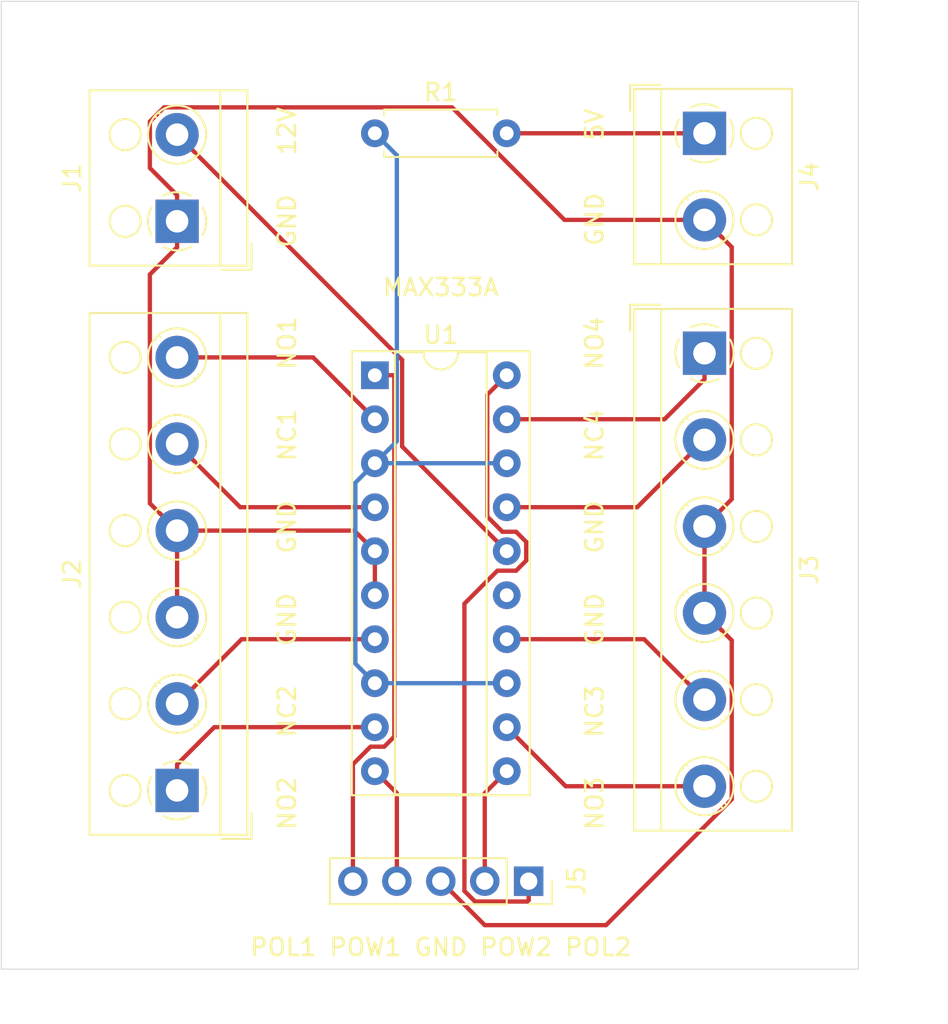
<source format=kicad_pcb>
(kicad_pcb (version 20171130) (host pcbnew "(6.0.0-rc1-dev-392-gd9d005190)")

  (general
    (thickness 1.6)
    (drawings 12)
    (tracks 86)
    (zones 0)
    (modules 7)
    (nets 18)
  )

  (page A4)
  (layers
    (0 F.Cu signal)
    (31 B.Cu signal)
    (32 B.Adhes user)
    (33 F.Adhes user)
    (34 B.Paste user)
    (35 F.Paste user)
    (36 B.SilkS user)
    (37 F.SilkS user)
    (38 B.Mask user)
    (39 F.Mask user)
    (40 Dwgs.User user)
    (41 Cmts.User user)
    (42 Eco1.User user)
    (43 Eco2.User user)
    (44 Edge.Cuts user)
    (45 Margin user)
    (46 B.CrtYd user)
    (47 F.CrtYd user)
    (48 B.Fab user)
    (49 F.Fab user)
  )

  (setup
    (last_trace_width 0.25)
    (trace_clearance 0.2)
    (zone_clearance 0.508)
    (zone_45_only no)
    (trace_min 0.2)
    (via_size 0.8)
    (via_drill 0.4)
    (via_min_size 0.4)
    (via_min_drill 0.3)
    (uvia_size 0.3)
    (uvia_drill 0.1)
    (uvias_allowed no)
    (uvia_min_size 0.2)
    (uvia_min_drill 0.1)
    (edge_width 0.05)
    (segment_width 0.2)
    (pcb_text_width 0.3)
    (pcb_text_size 1.5 1.5)
    (mod_edge_width 0.12)
    (mod_text_size 1 1)
    (mod_text_width 0.15)
    (pad_size 1.524 1.524)
    (pad_drill 0.762)
    (pad_to_mask_clearance 0.2)
    (aux_axis_origin 0 0)
    (visible_elements 7FFFFFFF)
    (pcbplotparams
      (layerselection 0x010fc_ffffffff)
      (usegerberextensions false)
      (usegerberattributes false)
      (usegerberadvancedattributes false)
      (creategerberjobfile false)
      (excludeedgelayer true)
      (linewidth 0.100000)
      (plotframeref false)
      (viasonmask false)
      (mode 1)
      (useauxorigin false)
      (hpglpennumber 1)
      (hpglpenspeed 20)
      (hpglpendiameter 15.000000)
      (psnegative false)
      (psa4output false)
      (plotreference true)
      (plotvalue true)
      (plotinvisibletext false)
      (padsonsilk false)
      (subtractmaskfromsilk false)
      (outputformat 1)
      (mirror false)
      (drillshape 1)
      (scaleselection 1)
      (outputdirectory ""))
  )

  (net 0 "")
  (net 1 /12V)
  (net 2 /GND)
  (net 3 /5V)
  (net 4 /3.3V)
  (net 5 "Net-(U1-Pad15)")
  (net 6 /NO1)
  (net 7 /NC1)
  (net 8 /NC2)
  (net 9 /NO2)
  (net 10 /NO3)
  (net 11 /NC3)
  (net 12 /NC4)
  (net 13 /NO4)
  (net 14 /POLARITY1)
  (net 15 /POWER1)
  (net 16 /POWER2)
  (net 17 /POLARITY2)

  (net_class Default "This is the default net class."
    (clearance 0.2)
    (trace_width 0.25)
    (via_dia 0.8)
    (via_drill 0.4)
    (uvia_dia 0.3)
    (uvia_drill 0.1)
    (add_net /12V)
    (add_net /3.3V)
    (add_net /5V)
    (add_net /GND)
    (add_net /NC1)
    (add_net /NC2)
    (add_net /NC3)
    (add_net /NC4)
    (add_net /NO1)
    (add_net /NO2)
    (add_net /NO3)
    (add_net /NO4)
    (add_net /POLARITY1)
    (add_net /POLARITY2)
    (add_net /POWER1)
    (add_net /POWER2)
    (add_net "Net-(U1-Pad15)")
  )

  (module Package_DIP:DIP-20_W7.62mm_Socket (layer F.Cu) (tedit 5A02E8C5) (tstamp 5B89FAE6)
    (at 143.51 88.9)
    (descr "20-lead though-hole mounted DIP package, row spacing 7.62 mm (300 mils), Socket")
    (tags "THT DIP DIL PDIP 2.54mm 7.62mm 300mil Socket")
    (path /5B8C059D)
    (fp_text reference U1 (at 3.81 -2.33) (layer F.SilkS)
      (effects (font (size 1 1) (thickness 0.15)))
    )
    (fp_text value MAX333A (at 3.81 25.19) (layer F.Fab)
      (effects (font (size 1 1) (thickness 0.15)))
    )
    (fp_text user %R (at 3.81 11.43) (layer F.Fab)
      (effects (font (size 1 1) (thickness 0.15)))
    )
    (fp_line (start 9.15 -1.6) (end -1.55 -1.6) (layer F.CrtYd) (width 0.05))
    (fp_line (start 9.15 24.45) (end 9.15 -1.6) (layer F.CrtYd) (width 0.05))
    (fp_line (start -1.55 24.45) (end 9.15 24.45) (layer F.CrtYd) (width 0.05))
    (fp_line (start -1.55 -1.6) (end -1.55 24.45) (layer F.CrtYd) (width 0.05))
    (fp_line (start 8.95 -1.39) (end -1.33 -1.39) (layer F.SilkS) (width 0.12))
    (fp_line (start 8.95 24.25) (end 8.95 -1.39) (layer F.SilkS) (width 0.12))
    (fp_line (start -1.33 24.25) (end 8.95 24.25) (layer F.SilkS) (width 0.12))
    (fp_line (start -1.33 -1.39) (end -1.33 24.25) (layer F.SilkS) (width 0.12))
    (fp_line (start 6.46 -1.33) (end 4.81 -1.33) (layer F.SilkS) (width 0.12))
    (fp_line (start 6.46 24.19) (end 6.46 -1.33) (layer F.SilkS) (width 0.12))
    (fp_line (start 1.16 24.19) (end 6.46 24.19) (layer F.SilkS) (width 0.12))
    (fp_line (start 1.16 -1.33) (end 1.16 24.19) (layer F.SilkS) (width 0.12))
    (fp_line (start 2.81 -1.33) (end 1.16 -1.33) (layer F.SilkS) (width 0.12))
    (fp_line (start 8.89 -1.33) (end -1.27 -1.33) (layer F.Fab) (width 0.1))
    (fp_line (start 8.89 24.19) (end 8.89 -1.33) (layer F.Fab) (width 0.1))
    (fp_line (start -1.27 24.19) (end 8.89 24.19) (layer F.Fab) (width 0.1))
    (fp_line (start -1.27 -1.33) (end -1.27 24.19) (layer F.Fab) (width 0.1))
    (fp_line (start 0.635 -0.27) (end 1.635 -1.27) (layer F.Fab) (width 0.1))
    (fp_line (start 0.635 24.13) (end 0.635 -0.27) (layer F.Fab) (width 0.1))
    (fp_line (start 6.985 24.13) (end 0.635 24.13) (layer F.Fab) (width 0.1))
    (fp_line (start 6.985 -1.27) (end 6.985 24.13) (layer F.Fab) (width 0.1))
    (fp_line (start 1.635 -1.27) (end 6.985 -1.27) (layer F.Fab) (width 0.1))
    (fp_arc (start 3.81 -1.33) (end 2.81 -1.33) (angle -180) (layer F.SilkS) (width 0.12))
    (pad 20 thru_hole oval (at 7.62 0) (size 1.6 1.6) (drill 0.8) (layers *.Cu *.Mask)
      (net 17 /POLARITY2))
    (pad 10 thru_hole oval (at 0 22.86) (size 1.6 1.6) (drill 0.8) (layers *.Cu *.Mask)
      (net 15 /POWER1))
    (pad 19 thru_hole oval (at 7.62 2.54) (size 1.6 1.6) (drill 0.8) (layers *.Cu *.Mask)
      (net 13 /NO4))
    (pad 9 thru_hole oval (at 0 20.32) (size 1.6 1.6) (drill 0.8) (layers *.Cu *.Mask)
      (net 9 /NO2))
    (pad 18 thru_hole oval (at 7.62 5.08) (size 1.6 1.6) (drill 0.8) (layers *.Cu *.Mask)
      (net 4 /3.3V))
    (pad 8 thru_hole oval (at 0 17.78) (size 1.6 1.6) (drill 0.8) (layers *.Cu *.Mask)
      (net 4 /3.3V))
    (pad 17 thru_hole oval (at 7.62 7.62) (size 1.6 1.6) (drill 0.8) (layers *.Cu *.Mask)
      (net 12 /NC4))
    (pad 7 thru_hole oval (at 0 15.24) (size 1.6 1.6) (drill 0.8) (layers *.Cu *.Mask)
      (net 8 /NC2))
    (pad 16 thru_hole oval (at 7.62 10.16) (size 1.6 1.6) (drill 0.8) (layers *.Cu *.Mask)
      (net 1 /12V))
    (pad 6 thru_hole oval (at 0 12.7) (size 1.6 1.6) (drill 0.8) (layers *.Cu *.Mask)
      (net 2 /GND))
    (pad 15 thru_hole oval (at 7.62 12.7) (size 1.6 1.6) (drill 0.8) (layers *.Cu *.Mask)
      (net 5 "Net-(U1-Pad15)"))
    (pad 5 thru_hole oval (at 0 10.16) (size 1.6 1.6) (drill 0.8) (layers *.Cu *.Mask)
      (net 2 /GND))
    (pad 14 thru_hole oval (at 7.62 15.24) (size 1.6 1.6) (drill 0.8) (layers *.Cu *.Mask)
      (net 11 /NC3))
    (pad 4 thru_hole oval (at 0 7.62) (size 1.6 1.6) (drill 0.8) (layers *.Cu *.Mask)
      (net 7 /NC1))
    (pad 13 thru_hole oval (at 7.62 17.78) (size 1.6 1.6) (drill 0.8) (layers *.Cu *.Mask)
      (net 4 /3.3V))
    (pad 3 thru_hole oval (at 0 5.08) (size 1.6 1.6) (drill 0.8) (layers *.Cu *.Mask)
      (net 4 /3.3V))
    (pad 12 thru_hole oval (at 7.62 20.32) (size 1.6 1.6) (drill 0.8) (layers *.Cu *.Mask)
      (net 10 /NO3))
    (pad 2 thru_hole oval (at 0 2.54) (size 1.6 1.6) (drill 0.8) (layers *.Cu *.Mask)
      (net 6 /NO1))
    (pad 11 thru_hole oval (at 7.62 22.86) (size 1.6 1.6) (drill 0.8) (layers *.Cu *.Mask)
      (net 16 /POWER2))
    (pad 1 thru_hole rect (at 0 0) (size 1.6 1.6) (drill 0.8) (layers *.Cu *.Mask)
      (net 14 /POLARITY1))
    (model ${KISYS3DMOD}/Package_DIP.3dshapes/DIP-20_W7.62mm_Socket.wrl
      (at (xyz 0 0 0))
      (scale (xyz 1 1 1))
      (rotate (xyz 0 0 0))
    )
  )

  (module Resistor_THT:R_Axial_DIN0207_L6.3mm_D2.5mm_P7.62mm_Horizontal (layer F.Cu) (tedit 5AE5139B) (tstamp 5B8A1AEB)
    (at 143.51 74.93)
    (descr "Resistor, Axial_DIN0207 series, Axial, Horizontal, pin pitch=7.62mm, 0.25W = 1/4W, length*diameter=6.3*2.5mm^2, http://cdn-reichelt.de/documents/datenblatt/B400/1_4W%23YAG.pdf")
    (tags "Resistor Axial_DIN0207 series Axial Horizontal pin pitch 7.62mm 0.25W = 1/4W length 6.3mm diameter 2.5mm")
    (path /5B8C2E65)
    (fp_text reference R1 (at 3.81 -2.37) (layer F.SilkS)
      (effects (font (size 1 1) (thickness 0.15)))
    )
    (fp_text value R (at 3.81 2.37) (layer F.Fab)
      (effects (font (size 1 1) (thickness 0.15)))
    )
    (fp_text user %R (at 3.81 0) (layer F.Fab)
      (effects (font (size 1 1) (thickness 0.15)))
    )
    (fp_line (start 8.67 -1.5) (end -1.05 -1.5) (layer F.CrtYd) (width 0.05))
    (fp_line (start 8.67 1.5) (end 8.67 -1.5) (layer F.CrtYd) (width 0.05))
    (fp_line (start -1.05 1.5) (end 8.67 1.5) (layer F.CrtYd) (width 0.05))
    (fp_line (start -1.05 -1.5) (end -1.05 1.5) (layer F.CrtYd) (width 0.05))
    (fp_line (start 7.08 1.37) (end 7.08 1.04) (layer F.SilkS) (width 0.12))
    (fp_line (start 0.54 1.37) (end 7.08 1.37) (layer F.SilkS) (width 0.12))
    (fp_line (start 0.54 1.04) (end 0.54 1.37) (layer F.SilkS) (width 0.12))
    (fp_line (start 7.08 -1.37) (end 7.08 -1.04) (layer F.SilkS) (width 0.12))
    (fp_line (start 0.54 -1.37) (end 7.08 -1.37) (layer F.SilkS) (width 0.12))
    (fp_line (start 0.54 -1.04) (end 0.54 -1.37) (layer F.SilkS) (width 0.12))
    (fp_line (start 7.62 0) (end 6.96 0) (layer F.Fab) (width 0.1))
    (fp_line (start 0 0) (end 0.66 0) (layer F.Fab) (width 0.1))
    (fp_line (start 6.96 -1.25) (end 0.66 -1.25) (layer F.Fab) (width 0.1))
    (fp_line (start 6.96 1.25) (end 6.96 -1.25) (layer F.Fab) (width 0.1))
    (fp_line (start 0.66 1.25) (end 6.96 1.25) (layer F.Fab) (width 0.1))
    (fp_line (start 0.66 -1.25) (end 0.66 1.25) (layer F.Fab) (width 0.1))
    (pad 2 thru_hole oval (at 7.62 0) (size 1.6 1.6) (drill 0.8) (layers *.Cu *.Mask)
      (net 3 /5V))
    (pad 1 thru_hole circle (at 0 0) (size 1.6 1.6) (drill 0.8) (layers *.Cu *.Mask)
      (net 4 /3.3V))
    (model ${KISYS3DMOD}/Resistor_THT.3dshapes/R_Axial_DIN0207_L6.3mm_D2.5mm_P7.62mm_Horizontal.wrl
      (at (xyz 0 0 0))
      (scale (xyz 1 1 1))
      (rotate (xyz 0 0 0))
    )
  )

  (module Connector_PinSocket_2.54mm:PinSocket_1x05_P2.54mm_Vertical (layer F.Cu) (tedit 5A19A420) (tstamp 5B89FA9F)
    (at 152.4 118.11 270)
    (descr "Through hole straight socket strip, 1x05, 2.54mm pitch, single row (from Kicad 4.0.7), script generated")
    (tags "Through hole socket strip THT 1x05 2.54mm single row")
    (path /5B8C2332)
    (fp_text reference J5 (at 0 -2.77 270) (layer F.SilkS)
      (effects (font (size 1 1) (thickness 0.15)))
    )
    (fp_text value INPUTS (at 0 12.93 270) (layer F.Fab)
      (effects (font (size 1 1) (thickness 0.15)))
    )
    (fp_text user %R (at 0 5.08) (layer F.Fab)
      (effects (font (size 1 1) (thickness 0.15)))
    )
    (fp_line (start -1.8 11.9) (end -1.8 -1.8) (layer F.CrtYd) (width 0.05))
    (fp_line (start 1.75 11.9) (end -1.8 11.9) (layer F.CrtYd) (width 0.05))
    (fp_line (start 1.75 -1.8) (end 1.75 11.9) (layer F.CrtYd) (width 0.05))
    (fp_line (start -1.8 -1.8) (end 1.75 -1.8) (layer F.CrtYd) (width 0.05))
    (fp_line (start 0 -1.33) (end 1.33 -1.33) (layer F.SilkS) (width 0.12))
    (fp_line (start 1.33 -1.33) (end 1.33 0) (layer F.SilkS) (width 0.12))
    (fp_line (start 1.33 1.27) (end 1.33 11.49) (layer F.SilkS) (width 0.12))
    (fp_line (start -1.33 11.49) (end 1.33 11.49) (layer F.SilkS) (width 0.12))
    (fp_line (start -1.33 1.27) (end -1.33 11.49) (layer F.SilkS) (width 0.12))
    (fp_line (start -1.33 1.27) (end 1.33 1.27) (layer F.SilkS) (width 0.12))
    (fp_line (start -1.27 11.43) (end -1.27 -1.27) (layer F.Fab) (width 0.1))
    (fp_line (start 1.27 11.43) (end -1.27 11.43) (layer F.Fab) (width 0.1))
    (fp_line (start 1.27 -0.635) (end 1.27 11.43) (layer F.Fab) (width 0.1))
    (fp_line (start 0.635 -1.27) (end 1.27 -0.635) (layer F.Fab) (width 0.1))
    (fp_line (start -1.27 -1.27) (end 0.635 -1.27) (layer F.Fab) (width 0.1))
    (pad 5 thru_hole oval (at 0 10.16 270) (size 1.7 1.7) (drill 1) (layers *.Cu *.Mask)
      (net 14 /POLARITY1))
    (pad 4 thru_hole oval (at 0 7.62 270) (size 1.7 1.7) (drill 1) (layers *.Cu *.Mask)
      (net 15 /POWER1))
    (pad 3 thru_hole oval (at 0 5.08 270) (size 1.7 1.7) (drill 1) (layers *.Cu *.Mask)
      (net 2 /GND))
    (pad 2 thru_hole oval (at 0 2.54 270) (size 1.7 1.7) (drill 1) (layers *.Cu *.Mask)
      (net 16 /POWER2))
    (pad 1 thru_hole rect (at 0 0 270) (size 1.7 1.7) (drill 1) (layers *.Cu *.Mask)
      (net 17 /POLARITY2))
    (model ${KISYS3DMOD}/Connector_PinSocket_2.54mm.3dshapes/PinSocket_1x05_P2.54mm_Vertical.wrl
      (at (xyz 0 0 0))
      (scale (xyz 1 1 1))
      (rotate (xyz 0 0 0))
    )
  )

  (module TerminalBlock_RND:TerminalBlock_RND_205-00001_1x02_P5.00mm_Horizontal (layer F.Cu) (tedit 5B294F8C) (tstamp 5B89FA86)
    (at 162.56 74.93 270)
    (descr "terminal block RND 205-00001, 2 pins, pitch 5mm, size 10x9mm^2, drill diamater 1.3mm, pad diameter 2.5mm, see http://cdn-reichelt.de/documents/datenblatt/C151/RND_205-00001_DB_EN.pdf, script-generated using https://github.com/pointhi/kicad-footprint-generator/scripts/TerminalBlock_RND")
    (tags "THT terminal block RND 205-00001 pitch 5mm size 10x9mm^2 drill 1.3mm pad 2.5mm")
    (path /5B8C1C13)
    (fp_text reference J4 (at 2.5 -6.06 270) (layer F.SilkS)
      (effects (font (size 1 1) (thickness 0.15)))
    )
    (fp_text value "SCREW TERMINAL VD" (at 2.5 5.06 270) (layer F.Fab)
      (effects (font (size 1 1) (thickness 0.15)))
    )
    (fp_text user %R (at 2.5 -6.06 270) (layer F.Fab)
      (effects (font (size 1 1) (thickness 0.15)))
    )
    (fp_line (start 8 -5.5) (end -3 -5.5) (layer F.CrtYd) (width 0.05))
    (fp_line (start 8 4.5) (end 8 -5.5) (layer F.CrtYd) (width 0.05))
    (fp_line (start -3 4.5) (end 8 4.5) (layer F.CrtYd) (width 0.05))
    (fp_line (start -3 -5.5) (end -3 4.5) (layer F.CrtYd) (width 0.05))
    (fp_line (start -2.8 4.3) (end -1.3 4.3) (layer F.SilkS) (width 0.12))
    (fp_line (start -2.8 2.56) (end -2.8 4.3) (layer F.SilkS) (width 0.12))
    (fp_line (start 3.82 0.976) (end 3.726 1.069) (layer F.SilkS) (width 0.12))
    (fp_line (start 6.07 -1.275) (end 6.011 -1.216) (layer F.SilkS) (width 0.12))
    (fp_line (start 3.99 1.216) (end 3.931 1.274) (layer F.SilkS) (width 0.12))
    (fp_line (start 6.275 -1.069) (end 6.181 -0.976) (layer F.SilkS) (width 0.12))
    (fp_line (start 5.955 -1.138) (end 3.863 0.955) (layer F.Fab) (width 0.1))
    (fp_line (start 6.138 -0.955) (end 4.046 1.138) (layer F.Fab) (width 0.1))
    (fp_line (start 0.955 -1.138) (end -1.138 0.955) (layer F.Fab) (width 0.1))
    (fp_line (start 1.138 -0.955) (end -0.955 1.138) (layer F.Fab) (width 0.1))
    (fp_line (start 7.56 -5.06) (end 7.56 4.06) (layer F.SilkS) (width 0.12))
    (fp_line (start -2.56 -5.06) (end -2.56 4.06) (layer F.SilkS) (width 0.12))
    (fp_line (start -2.56 4.06) (end 7.56 4.06) (layer F.SilkS) (width 0.12))
    (fp_line (start -2.56 -5.06) (end 7.56 -5.06) (layer F.SilkS) (width 0.12))
    (fp_line (start -2.56 2.5) (end 7.56 2.5) (layer F.SilkS) (width 0.12))
    (fp_line (start -2.5 2.5) (end 7.5 2.5) (layer F.Fab) (width 0.1))
    (fp_line (start -2.5 2.5) (end -2.5 -5) (layer F.Fab) (width 0.1))
    (fp_line (start -1 4) (end -2.5 2.5) (layer F.Fab) (width 0.1))
    (fp_line (start 7.5 4) (end -1 4) (layer F.Fab) (width 0.1))
    (fp_line (start 7.5 -5) (end 7.5 4) (layer F.Fab) (width 0.1))
    (fp_line (start -2.5 -5) (end 7.5 -5) (layer F.Fab) (width 0.1))
    (fp_circle (center 5 -3) (end 5.9 -3) (layer F.SilkS) (width 0.12))
    (fp_circle (center 5 -3) (end 5.9 -3) (layer F.Fab) (width 0.1))
    (fp_circle (center 5 0) (end 6.68 0) (layer F.SilkS) (width 0.12))
    (fp_circle (center 5 0) (end 6.5 0) (layer F.Fab) (width 0.1))
    (fp_circle (center 0 -3) (end 0.9 -3) (layer F.SilkS) (width 0.12))
    (fp_circle (center 0 -3) (end 0.9 -3) (layer F.Fab) (width 0.1))
    (fp_circle (center 0 0) (end 1.5 0) (layer F.Fab) (width 0.1))
    (fp_arc (start 0 0) (end -0.789 1.484) (angle -29) (layer F.SilkS) (width 0.12))
    (fp_arc (start 0 0) (end -1.484 -0.789) (angle -56) (layer F.SilkS) (width 0.12))
    (fp_arc (start 0 0) (end 0.789 -1.484) (angle -56) (layer F.SilkS) (width 0.12))
    (fp_arc (start 0 0) (end 1.484 0.789) (angle -56) (layer F.SilkS) (width 0.12))
    (fp_arc (start 0 0) (end 0 1.68) (angle -28) (layer F.SilkS) (width 0.12))
    (pad 2 thru_hole circle (at 5 0 270) (size 2.5 2.5) (drill 1.3) (layers *.Cu *.Mask)
      (net 2 /GND))
    (pad 1 thru_hole rect (at 0 0 270) (size 2.5 2.5) (drill 1.3) (layers *.Cu *.Mask)
      (net 3 /5V))
    (model ${KISYS3DMOD}/TerminalBlock_RND.3dshapes/TerminalBlock_RND_205-00001_1x02_P5.00mm_Horizontal.wrl
      (at (xyz 0 0 0))
      (scale (xyz 1 1 1))
      (rotate (xyz 0 0 0))
    )
  )

  (module TerminalBlock_RND:TerminalBlock_RND_205-00005_1x06_P5.00mm_Horizontal (layer F.Cu) (tedit 5B294F90) (tstamp 5B89FA5A)
    (at 162.56 87.63 270)
    (descr "terminal block RND 205-00005, 6 pins, pitch 5mm, size 30x9mm^2, drill diamater 1.3mm, pad diameter 2.5mm, see http://cdn-reichelt.de/documents/datenblatt/C151/RND_205-00001_DB_EN.pdf, script-generated using https://github.com/pointhi/kicad-footprint-generator/scripts/TerminalBlock_RND")
    (tags "THT terminal block RND 205-00005 pitch 5mm size 30x9mm^2 drill 1.3mm pad 2.5mm")
    (path /5B8C1B21)
    (fp_text reference J3 (at 12.5 -6.06 270) (layer F.SilkS)
      (effects (font (size 1 1) (thickness 0.15)))
    )
    (fp_text value "SCREW TERMINAL LEDS2" (at 12.5 5.06 270) (layer F.Fab)
      (effects (font (size 1 1) (thickness 0.15)))
    )
    (fp_text user %R (at 12.5 -6.06 270) (layer F.Fab)
      (effects (font (size 1 1) (thickness 0.15)))
    )
    (fp_line (start 28 -5.5) (end -3 -5.5) (layer F.CrtYd) (width 0.05))
    (fp_line (start 28 4.5) (end 28 -5.5) (layer F.CrtYd) (width 0.05))
    (fp_line (start -3 4.5) (end 28 4.5) (layer F.CrtYd) (width 0.05))
    (fp_line (start -3 -5.5) (end -3 4.5) (layer F.CrtYd) (width 0.05))
    (fp_line (start -2.8 4.3) (end -1.3 4.3) (layer F.SilkS) (width 0.12))
    (fp_line (start -2.8 2.56) (end -2.8 4.3) (layer F.SilkS) (width 0.12))
    (fp_line (start 23.82 0.976) (end 23.726 1.069) (layer F.SilkS) (width 0.12))
    (fp_line (start 26.07 -1.275) (end 26.011 -1.216) (layer F.SilkS) (width 0.12))
    (fp_line (start 23.99 1.216) (end 23.931 1.274) (layer F.SilkS) (width 0.12))
    (fp_line (start 26.275 -1.069) (end 26.181 -0.976) (layer F.SilkS) (width 0.12))
    (fp_line (start 25.955 -1.138) (end 23.863 0.955) (layer F.Fab) (width 0.1))
    (fp_line (start 26.138 -0.955) (end 24.046 1.138) (layer F.Fab) (width 0.1))
    (fp_line (start 18.82 0.976) (end 18.726 1.069) (layer F.SilkS) (width 0.12))
    (fp_line (start 21.07 -1.275) (end 21.011 -1.216) (layer F.SilkS) (width 0.12))
    (fp_line (start 18.99 1.216) (end 18.931 1.274) (layer F.SilkS) (width 0.12))
    (fp_line (start 21.275 -1.069) (end 21.181 -0.976) (layer F.SilkS) (width 0.12))
    (fp_line (start 20.955 -1.138) (end 18.863 0.955) (layer F.Fab) (width 0.1))
    (fp_line (start 21.138 -0.955) (end 19.046 1.138) (layer F.Fab) (width 0.1))
    (fp_line (start 13.82 0.976) (end 13.726 1.069) (layer F.SilkS) (width 0.12))
    (fp_line (start 16.07 -1.275) (end 16.011 -1.216) (layer F.SilkS) (width 0.12))
    (fp_line (start 13.99 1.216) (end 13.931 1.274) (layer F.SilkS) (width 0.12))
    (fp_line (start 16.275 -1.069) (end 16.181 -0.976) (layer F.SilkS) (width 0.12))
    (fp_line (start 15.955 -1.138) (end 13.863 0.955) (layer F.Fab) (width 0.1))
    (fp_line (start 16.138 -0.955) (end 14.046 1.138) (layer F.Fab) (width 0.1))
    (fp_line (start 8.82 0.976) (end 8.726 1.069) (layer F.SilkS) (width 0.12))
    (fp_line (start 11.07 -1.275) (end 11.011 -1.216) (layer F.SilkS) (width 0.12))
    (fp_line (start 8.99 1.216) (end 8.931 1.274) (layer F.SilkS) (width 0.12))
    (fp_line (start 11.275 -1.069) (end 11.181 -0.976) (layer F.SilkS) (width 0.12))
    (fp_line (start 10.955 -1.138) (end 8.863 0.955) (layer F.Fab) (width 0.1))
    (fp_line (start 11.138 -0.955) (end 9.046 1.138) (layer F.Fab) (width 0.1))
    (fp_line (start 3.82 0.976) (end 3.726 1.069) (layer F.SilkS) (width 0.12))
    (fp_line (start 6.07 -1.275) (end 6.011 -1.216) (layer F.SilkS) (width 0.12))
    (fp_line (start 3.99 1.216) (end 3.931 1.274) (layer F.SilkS) (width 0.12))
    (fp_line (start 6.275 -1.069) (end 6.181 -0.976) (layer F.SilkS) (width 0.12))
    (fp_line (start 5.955 -1.138) (end 3.863 0.955) (layer F.Fab) (width 0.1))
    (fp_line (start 6.138 -0.955) (end 4.046 1.138) (layer F.Fab) (width 0.1))
    (fp_line (start 0.955 -1.138) (end -1.138 0.955) (layer F.Fab) (width 0.1))
    (fp_line (start 1.138 -0.955) (end -0.955 1.138) (layer F.Fab) (width 0.1))
    (fp_line (start 27.56 -5.06) (end 27.56 4.06) (layer F.SilkS) (width 0.12))
    (fp_line (start -2.56 -5.06) (end -2.56 4.06) (layer F.SilkS) (width 0.12))
    (fp_line (start -2.56 4.06) (end 27.56 4.06) (layer F.SilkS) (width 0.12))
    (fp_line (start -2.56 -5.06) (end 27.56 -5.06) (layer F.SilkS) (width 0.12))
    (fp_line (start -2.56 2.5) (end 27.56 2.5) (layer F.SilkS) (width 0.12))
    (fp_line (start -2.5 2.5) (end 27.5 2.5) (layer F.Fab) (width 0.1))
    (fp_line (start -2.5 2.5) (end -2.5 -5) (layer F.Fab) (width 0.1))
    (fp_line (start -1 4) (end -2.5 2.5) (layer F.Fab) (width 0.1))
    (fp_line (start 27.5 4) (end -1 4) (layer F.Fab) (width 0.1))
    (fp_line (start 27.5 -5) (end 27.5 4) (layer F.Fab) (width 0.1))
    (fp_line (start -2.5 -5) (end 27.5 -5) (layer F.Fab) (width 0.1))
    (fp_circle (center 25 -3) (end 25.9 -3) (layer F.SilkS) (width 0.12))
    (fp_circle (center 25 -3) (end 25.9 -3) (layer F.Fab) (width 0.1))
    (fp_circle (center 25 0) (end 26.68 0) (layer F.SilkS) (width 0.12))
    (fp_circle (center 25 0) (end 26.5 0) (layer F.Fab) (width 0.1))
    (fp_circle (center 20 -3) (end 20.9 -3) (layer F.SilkS) (width 0.12))
    (fp_circle (center 20 -3) (end 20.9 -3) (layer F.Fab) (width 0.1))
    (fp_circle (center 20 0) (end 21.68 0) (layer F.SilkS) (width 0.12))
    (fp_circle (center 20 0) (end 21.5 0) (layer F.Fab) (width 0.1))
    (fp_circle (center 15 -3) (end 15.9 -3) (layer F.SilkS) (width 0.12))
    (fp_circle (center 15 -3) (end 15.9 -3) (layer F.Fab) (width 0.1))
    (fp_circle (center 15 0) (end 16.68 0) (layer F.SilkS) (width 0.12))
    (fp_circle (center 15 0) (end 16.5 0) (layer F.Fab) (width 0.1))
    (fp_circle (center 10 -3) (end 10.9 -3) (layer F.SilkS) (width 0.12))
    (fp_circle (center 10 -3) (end 10.9 -3) (layer F.Fab) (width 0.1))
    (fp_circle (center 10 0) (end 11.68 0) (layer F.SilkS) (width 0.12))
    (fp_circle (center 10 0) (end 11.5 0) (layer F.Fab) (width 0.1))
    (fp_circle (center 5 -3) (end 5.9 -3) (layer F.SilkS) (width 0.12))
    (fp_circle (center 5 -3) (end 5.9 -3) (layer F.Fab) (width 0.1))
    (fp_circle (center 5 0) (end 6.68 0) (layer F.SilkS) (width 0.12))
    (fp_circle (center 5 0) (end 6.5 0) (layer F.Fab) (width 0.1))
    (fp_circle (center 0 -3) (end 0.9 -3) (layer F.SilkS) (width 0.12))
    (fp_circle (center 0 -3) (end 0.9 -3) (layer F.Fab) (width 0.1))
    (fp_circle (center 0 0) (end 1.5 0) (layer F.Fab) (width 0.1))
    (fp_arc (start 0 0) (end -0.789 1.484) (angle -29) (layer F.SilkS) (width 0.12))
    (fp_arc (start 0 0) (end -1.484 -0.789) (angle -56) (layer F.SilkS) (width 0.12))
    (fp_arc (start 0 0) (end 0.789 -1.484) (angle -56) (layer F.SilkS) (width 0.12))
    (fp_arc (start 0 0) (end 1.484 0.789) (angle -56) (layer F.SilkS) (width 0.12))
    (fp_arc (start 0 0) (end 0 1.68) (angle -28) (layer F.SilkS) (width 0.12))
    (pad 6 thru_hole circle (at 25 0 270) (size 2.5 2.5) (drill 1.3) (layers *.Cu *.Mask)
      (net 10 /NO3))
    (pad 5 thru_hole circle (at 20 0 270) (size 2.5 2.5) (drill 1.3) (layers *.Cu *.Mask)
      (net 11 /NC3))
    (pad 4 thru_hole circle (at 15 0 270) (size 2.5 2.5) (drill 1.3) (layers *.Cu *.Mask)
      (net 2 /GND))
    (pad 3 thru_hole circle (at 10 0 270) (size 2.5 2.5) (drill 1.3) (layers *.Cu *.Mask)
      (net 2 /GND))
    (pad 2 thru_hole circle (at 5 0 270) (size 2.5 2.5) (drill 1.3) (layers *.Cu *.Mask)
      (net 12 /NC4))
    (pad 1 thru_hole rect (at 0 0 270) (size 2.5 2.5) (drill 1.3) (layers *.Cu *.Mask)
      (net 13 /NO4))
    (model ${KISYS3DMOD}/TerminalBlock_RND.3dshapes/TerminalBlock_RND_205-00005_1x06_P5.00mm_Horizontal.wrl
      (at (xyz 0 0 0))
      (scale (xyz 1 1 1))
      (rotate (xyz 0 0 0))
    )
  )

  (module TerminalBlock_RND:TerminalBlock_RND_205-00005_1x06_P5.00mm_Horizontal (layer F.Cu) (tedit 5B294F90) (tstamp 5B89FA02)
    (at 132.08 112.87 90)
    (descr "terminal block RND 205-00005, 6 pins, pitch 5mm, size 30x9mm^2, drill diamater 1.3mm, pad diameter 2.5mm, see http://cdn-reichelt.de/documents/datenblatt/C151/RND_205-00001_DB_EN.pdf, script-generated using https://github.com/pointhi/kicad-footprint-generator/scripts/TerminalBlock_RND")
    (tags "THT terminal block RND 205-00005 pitch 5mm size 30x9mm^2 drill 1.3mm pad 2.5mm")
    (path /5B8C194B)
    (fp_text reference J2 (at 12.5 -6.06 90) (layer F.SilkS)
      (effects (font (size 1 1) (thickness 0.15)))
    )
    (fp_text value "SCREW TERMINAL LEDS1" (at 12.5 5.06 90) (layer F.Fab)
      (effects (font (size 1 1) (thickness 0.15)))
    )
    (fp_text user %R (at 12.5 -6.06 90) (layer F.Fab)
      (effects (font (size 1 1) (thickness 0.15)))
    )
    (fp_line (start 28 -5.5) (end -3 -5.5) (layer F.CrtYd) (width 0.05))
    (fp_line (start 28 4.5) (end 28 -5.5) (layer F.CrtYd) (width 0.05))
    (fp_line (start -3 4.5) (end 28 4.5) (layer F.CrtYd) (width 0.05))
    (fp_line (start -3 -5.5) (end -3 4.5) (layer F.CrtYd) (width 0.05))
    (fp_line (start -2.8 4.3) (end -1.3 4.3) (layer F.SilkS) (width 0.12))
    (fp_line (start -2.8 2.56) (end -2.8 4.3) (layer F.SilkS) (width 0.12))
    (fp_line (start 23.82 0.976) (end 23.726 1.069) (layer F.SilkS) (width 0.12))
    (fp_line (start 26.07 -1.275) (end 26.011 -1.216) (layer F.SilkS) (width 0.12))
    (fp_line (start 23.99 1.216) (end 23.931 1.274) (layer F.SilkS) (width 0.12))
    (fp_line (start 26.275 -1.069) (end 26.181 -0.976) (layer F.SilkS) (width 0.12))
    (fp_line (start 25.955 -1.138) (end 23.863 0.955) (layer F.Fab) (width 0.1))
    (fp_line (start 26.138 -0.955) (end 24.046 1.138) (layer F.Fab) (width 0.1))
    (fp_line (start 18.82 0.976) (end 18.726 1.069) (layer F.SilkS) (width 0.12))
    (fp_line (start 21.07 -1.275) (end 21.011 -1.216) (layer F.SilkS) (width 0.12))
    (fp_line (start 18.99 1.216) (end 18.931 1.274) (layer F.SilkS) (width 0.12))
    (fp_line (start 21.275 -1.069) (end 21.181 -0.976) (layer F.SilkS) (width 0.12))
    (fp_line (start 20.955 -1.138) (end 18.863 0.955) (layer F.Fab) (width 0.1))
    (fp_line (start 21.138 -0.955) (end 19.046 1.138) (layer F.Fab) (width 0.1))
    (fp_line (start 13.82 0.976) (end 13.726 1.069) (layer F.SilkS) (width 0.12))
    (fp_line (start 16.07 -1.275) (end 16.011 -1.216) (layer F.SilkS) (width 0.12))
    (fp_line (start 13.99 1.216) (end 13.931 1.274) (layer F.SilkS) (width 0.12))
    (fp_line (start 16.275 -1.069) (end 16.181 -0.976) (layer F.SilkS) (width 0.12))
    (fp_line (start 15.955 -1.138) (end 13.863 0.955) (layer F.Fab) (width 0.1))
    (fp_line (start 16.138 -0.955) (end 14.046 1.138) (layer F.Fab) (width 0.1))
    (fp_line (start 8.82 0.976) (end 8.726 1.069) (layer F.SilkS) (width 0.12))
    (fp_line (start 11.07 -1.275) (end 11.011 -1.216) (layer F.SilkS) (width 0.12))
    (fp_line (start 8.99 1.216) (end 8.931 1.274) (layer F.SilkS) (width 0.12))
    (fp_line (start 11.275 -1.069) (end 11.181 -0.976) (layer F.SilkS) (width 0.12))
    (fp_line (start 10.955 -1.138) (end 8.863 0.955) (layer F.Fab) (width 0.1))
    (fp_line (start 11.138 -0.955) (end 9.046 1.138) (layer F.Fab) (width 0.1))
    (fp_line (start 3.82 0.976) (end 3.726 1.069) (layer F.SilkS) (width 0.12))
    (fp_line (start 6.07 -1.275) (end 6.011 -1.216) (layer F.SilkS) (width 0.12))
    (fp_line (start 3.99 1.216) (end 3.931 1.274) (layer F.SilkS) (width 0.12))
    (fp_line (start 6.275 -1.069) (end 6.181 -0.976) (layer F.SilkS) (width 0.12))
    (fp_line (start 5.955 -1.138) (end 3.863 0.955) (layer F.Fab) (width 0.1))
    (fp_line (start 6.138 -0.955) (end 4.046 1.138) (layer F.Fab) (width 0.1))
    (fp_line (start 0.955 -1.138) (end -1.138 0.955) (layer F.Fab) (width 0.1))
    (fp_line (start 1.138 -0.955) (end -0.955 1.138) (layer F.Fab) (width 0.1))
    (fp_line (start 27.56 -5.06) (end 27.56 4.06) (layer F.SilkS) (width 0.12))
    (fp_line (start -2.56 -5.06) (end -2.56 4.06) (layer F.SilkS) (width 0.12))
    (fp_line (start -2.56 4.06) (end 27.56 4.06) (layer F.SilkS) (width 0.12))
    (fp_line (start -2.56 -5.06) (end 27.56 -5.06) (layer F.SilkS) (width 0.12))
    (fp_line (start -2.56 2.5) (end 27.56 2.5) (layer F.SilkS) (width 0.12))
    (fp_line (start -2.5 2.5) (end 27.5 2.5) (layer F.Fab) (width 0.1))
    (fp_line (start -2.5 2.5) (end -2.5 -5) (layer F.Fab) (width 0.1))
    (fp_line (start -1 4) (end -2.5 2.5) (layer F.Fab) (width 0.1))
    (fp_line (start 27.5 4) (end -1 4) (layer F.Fab) (width 0.1))
    (fp_line (start 27.5 -5) (end 27.5 4) (layer F.Fab) (width 0.1))
    (fp_line (start -2.5 -5) (end 27.5 -5) (layer F.Fab) (width 0.1))
    (fp_circle (center 25 -3) (end 25.9 -3) (layer F.SilkS) (width 0.12))
    (fp_circle (center 25 -3) (end 25.9 -3) (layer F.Fab) (width 0.1))
    (fp_circle (center 25 0) (end 26.68 0) (layer F.SilkS) (width 0.12))
    (fp_circle (center 25 0) (end 26.5 0) (layer F.Fab) (width 0.1))
    (fp_circle (center 20 -3) (end 20.9 -3) (layer F.SilkS) (width 0.12))
    (fp_circle (center 20 -3) (end 20.9 -3) (layer F.Fab) (width 0.1))
    (fp_circle (center 20 0) (end 21.68 0) (layer F.SilkS) (width 0.12))
    (fp_circle (center 20 0) (end 21.5 0) (layer F.Fab) (width 0.1))
    (fp_circle (center 15 -3) (end 15.9 -3) (layer F.SilkS) (width 0.12))
    (fp_circle (center 15 -3) (end 15.9 -3) (layer F.Fab) (width 0.1))
    (fp_circle (center 15 0) (end 16.68 0) (layer F.SilkS) (width 0.12))
    (fp_circle (center 15 0) (end 16.5 0) (layer F.Fab) (width 0.1))
    (fp_circle (center 10 -3) (end 10.9 -3) (layer F.SilkS) (width 0.12))
    (fp_circle (center 10 -3) (end 10.9 -3) (layer F.Fab) (width 0.1))
    (fp_circle (center 10 0) (end 11.68 0) (layer F.SilkS) (width 0.12))
    (fp_circle (center 10 0) (end 11.5 0) (layer F.Fab) (width 0.1))
    (fp_circle (center 5 -3) (end 5.9 -3) (layer F.SilkS) (width 0.12))
    (fp_circle (center 5 -3) (end 5.9 -3) (layer F.Fab) (width 0.1))
    (fp_circle (center 5 0) (end 6.68 0) (layer F.SilkS) (width 0.12))
    (fp_circle (center 5 0) (end 6.5 0) (layer F.Fab) (width 0.1))
    (fp_circle (center 0 -3) (end 0.9 -3) (layer F.SilkS) (width 0.12))
    (fp_circle (center 0 -3) (end 0.9 -3) (layer F.Fab) (width 0.1))
    (fp_circle (center 0 0) (end 1.5 0) (layer F.Fab) (width 0.1))
    (fp_arc (start 0 0) (end -0.789 1.484) (angle -29) (layer F.SilkS) (width 0.12))
    (fp_arc (start 0 0) (end -1.484 -0.789) (angle -56) (layer F.SilkS) (width 0.12))
    (fp_arc (start 0 0) (end 0.789 -1.484) (angle -56) (layer F.SilkS) (width 0.12))
    (fp_arc (start 0 0) (end 1.484 0.789) (angle -56) (layer F.SilkS) (width 0.12))
    (fp_arc (start 0 0) (end 0 1.68) (angle -28) (layer F.SilkS) (width 0.12))
    (pad 6 thru_hole circle (at 25 0 90) (size 2.5 2.5) (drill 1.3) (layers *.Cu *.Mask)
      (net 6 /NO1))
    (pad 5 thru_hole circle (at 20 0 90) (size 2.5 2.5) (drill 1.3) (layers *.Cu *.Mask)
      (net 7 /NC1))
    (pad 4 thru_hole circle (at 15 0 90) (size 2.5 2.5) (drill 1.3) (layers *.Cu *.Mask)
      (net 2 /GND))
    (pad 3 thru_hole circle (at 10 0 90) (size 2.5 2.5) (drill 1.3) (layers *.Cu *.Mask)
      (net 2 /GND))
    (pad 2 thru_hole circle (at 5 0 90) (size 2.5 2.5) (drill 1.3) (layers *.Cu *.Mask)
      (net 8 /NC2))
    (pad 1 thru_hole rect (at 0 0 90) (size 2.5 2.5) (drill 1.3) (layers *.Cu *.Mask)
      (net 9 /NO2))
    (model ${KISYS3DMOD}/TerminalBlock_RND.3dshapes/TerminalBlock_RND_205-00005_1x06_P5.00mm_Horizontal.wrl
      (at (xyz 0 0 0))
      (scale (xyz 1 1 1))
      (rotate (xyz 0 0 0))
    )
  )

  (module TerminalBlock_RND:TerminalBlock_RND_205-00001_1x02_P5.00mm_Horizontal (layer F.Cu) (tedit 5B294F8C) (tstamp 5B89F9AA)
    (at 132.08 80.01 90)
    (descr "terminal block RND 205-00001, 2 pins, pitch 5mm, size 10x9mm^2, drill diamater 1.3mm, pad diameter 2.5mm, see http://cdn-reichelt.de/documents/datenblatt/C151/RND_205-00001_DB_EN.pdf, script-generated using https://github.com/pointhi/kicad-footprint-generator/scripts/TerminalBlock_RND")
    (tags "THT terminal block RND 205-00001 pitch 5mm size 10x9mm^2 drill 1.3mm pad 2.5mm")
    (path /5B8C1841)
    (fp_text reference J1 (at 2.5 -6.06 90) (layer F.SilkS)
      (effects (font (size 1 1) (thickness 0.15)))
    )
    (fp_text value "SCREW TERMINAL VS" (at 2.5 5.06 90) (layer F.Fab)
      (effects (font (size 1 1) (thickness 0.15)))
    )
    (fp_text user %R (at 2.5 -6.06 90) (layer F.Fab)
      (effects (font (size 1 1) (thickness 0.15)))
    )
    (fp_line (start 8 -5.5) (end -3 -5.5) (layer F.CrtYd) (width 0.05))
    (fp_line (start 8 4.5) (end 8 -5.5) (layer F.CrtYd) (width 0.05))
    (fp_line (start -3 4.5) (end 8 4.5) (layer F.CrtYd) (width 0.05))
    (fp_line (start -3 -5.5) (end -3 4.5) (layer F.CrtYd) (width 0.05))
    (fp_line (start -2.8 4.3) (end -1.3 4.3) (layer F.SilkS) (width 0.12))
    (fp_line (start -2.8 2.56) (end -2.8 4.3) (layer F.SilkS) (width 0.12))
    (fp_line (start 3.82 0.976) (end 3.726 1.069) (layer F.SilkS) (width 0.12))
    (fp_line (start 6.07 -1.275) (end 6.011 -1.216) (layer F.SilkS) (width 0.12))
    (fp_line (start 3.99 1.216) (end 3.931 1.274) (layer F.SilkS) (width 0.12))
    (fp_line (start 6.275 -1.069) (end 6.181 -0.976) (layer F.SilkS) (width 0.12))
    (fp_line (start 5.955 -1.138) (end 3.863 0.955) (layer F.Fab) (width 0.1))
    (fp_line (start 6.138 -0.955) (end 4.046 1.138) (layer F.Fab) (width 0.1))
    (fp_line (start 0.955 -1.138) (end -1.138 0.955) (layer F.Fab) (width 0.1))
    (fp_line (start 1.138 -0.955) (end -0.955 1.138) (layer F.Fab) (width 0.1))
    (fp_line (start 7.56 -5.06) (end 7.56 4.06) (layer F.SilkS) (width 0.12))
    (fp_line (start -2.56 -5.06) (end -2.56 4.06) (layer F.SilkS) (width 0.12))
    (fp_line (start -2.56 4.06) (end 7.56 4.06) (layer F.SilkS) (width 0.12))
    (fp_line (start -2.56 -5.06) (end 7.56 -5.06) (layer F.SilkS) (width 0.12))
    (fp_line (start -2.56 2.5) (end 7.56 2.5) (layer F.SilkS) (width 0.12))
    (fp_line (start -2.5 2.5) (end 7.5 2.5) (layer F.Fab) (width 0.1))
    (fp_line (start -2.5 2.5) (end -2.5 -5) (layer F.Fab) (width 0.1))
    (fp_line (start -1 4) (end -2.5 2.5) (layer F.Fab) (width 0.1))
    (fp_line (start 7.5 4) (end -1 4) (layer F.Fab) (width 0.1))
    (fp_line (start 7.5 -5) (end 7.5 4) (layer F.Fab) (width 0.1))
    (fp_line (start -2.5 -5) (end 7.5 -5) (layer F.Fab) (width 0.1))
    (fp_circle (center 5 -3) (end 5.9 -3) (layer F.SilkS) (width 0.12))
    (fp_circle (center 5 -3) (end 5.9 -3) (layer F.Fab) (width 0.1))
    (fp_circle (center 5 0) (end 6.68 0) (layer F.SilkS) (width 0.12))
    (fp_circle (center 5 0) (end 6.5 0) (layer F.Fab) (width 0.1))
    (fp_circle (center 0 -3) (end 0.9 -3) (layer F.SilkS) (width 0.12))
    (fp_circle (center 0 -3) (end 0.9 -3) (layer F.Fab) (width 0.1))
    (fp_circle (center 0 0) (end 1.5 0) (layer F.Fab) (width 0.1))
    (fp_arc (start 0 0) (end -0.789 1.484) (angle -29) (layer F.SilkS) (width 0.12))
    (fp_arc (start 0 0) (end -1.484 -0.789) (angle -56) (layer F.SilkS) (width 0.12))
    (fp_arc (start 0 0) (end 0.789 -1.484) (angle -56) (layer F.SilkS) (width 0.12))
    (fp_arc (start 0 0) (end 1.484 0.789) (angle -56) (layer F.SilkS) (width 0.12))
    (fp_arc (start 0 0) (end 0 1.68) (angle -28) (layer F.SilkS) (width 0.12))
    (pad 2 thru_hole circle (at 5 0 90) (size 2.5 2.5) (drill 1.3) (layers *.Cu *.Mask)
      (net 1 /12V))
    (pad 1 thru_hole rect (at 0 0 90) (size 2.5 2.5) (drill 1.3) (layers *.Cu *.Mask)
      (net 2 /GND))
    (model ${KISYS3DMOD}/TerminalBlock_RND.3dshapes/TerminalBlock_RND_205-00001_1x02_P5.00mm_Horizontal.wrl
      (at (xyz 0 0 0))
      (scale (xyz 1 1 1))
      (rotate (xyz 0 0 0))
    )
  )

  (dimension 55.88 (width 0.15) (layer Margin)
    (gr_text "55.880 mm" (at 175.29 95.25 90) (layer Margin)
      (effects (font (size 1 1) (thickness 0.15)))
    )
    (feature1 (pts (xy 171.45 67.31) (xy 174.576421 67.31)))
    (feature2 (pts (xy 171.45 123.19) (xy 174.576421 123.19)))
    (crossbar (pts (xy 173.99 123.19) (xy 173.99 67.31)))
    (arrow1a (pts (xy 173.99 67.31) (xy 174.576421 68.436504)))
    (arrow1b (pts (xy 173.99 67.31) (xy 173.403579 68.436504)))
    (arrow2a (pts (xy 173.99 123.19) (xy 174.576421 122.063496)))
    (arrow2b (pts (xy 173.99 123.19) (xy 173.403579 122.063496)))
  )
  (dimension 49.53 (width 0.15) (layer Margin)
    (gr_text "49.530 mm" (at 146.685 127.03) (layer Margin)
      (effects (font (size 1 1) (thickness 0.15)))
    )
    (feature1 (pts (xy 171.45 123.19) (xy 171.45 126.316421)))
    (feature2 (pts (xy 121.92 123.19) (xy 121.92 126.316421)))
    (crossbar (pts (xy 121.92 125.73) (xy 171.45 125.73)))
    (arrow1a (pts (xy 171.45 125.73) (xy 170.323496 126.316421)))
    (arrow1b (pts (xy 171.45 125.73) (xy 170.323496 125.143579)))
    (arrow2a (pts (xy 121.92 125.73) (xy 123.046504 126.316421)))
    (arrow2b (pts (xy 121.92 125.73) (xy 123.046504 125.143579)))
  )
  (gr_line (start 171.45 67.31) (end 171.45 123.19) (layer Edge.Cuts) (width 0.05))
  (gr_line (start 121.92 67.31) (end 171.45 67.31) (layer Edge.Cuts) (width 0.05))
  (gr_line (start 121.92 123.19) (end 121.92 67.31) (layer Edge.Cuts) (width 0.05))
  (gr_line (start 171.45 123.19) (end 121.92 123.19) (layer Edge.Cuts) (width 0.05))
  (gr_text "NO2   NC2   GND   GND   NC1   NO1" (at 138.43 100.33 90) (layer F.SilkS) (tstamp 5B8A62DE)
    (effects (font (size 1 1) (thickness 0.15)))
  )
  (gr_text "NO3   NC3   GND   GND   NC4   NO4" (at 156.21 100.33 90) (layer F.SilkS)
    (effects (font (size 1 1) (thickness 0.15)))
  )
  (gr_text MAX333A (at 147.32 83.82) (layer F.SilkS)
    (effects (font (size 1 1) (thickness 0.15)))
  )
  (gr_text "GND   12V" (at 138.43 77.47 90) (layer F.SilkS) (tstamp 5B8A5EB9)
    (effects (font (size 1 1) (thickness 0.15)))
  )
  (gr_text "GND    5V" (at 156.21 77.47 90) (layer F.SilkS)
    (effects (font (size 1 1) (thickness 0.15)))
  )
  (gr_text "POL1 POW1 GND POW2 POL2" (at 147.32 121.92) (layer F.SilkS)
    (effects (font (size 1 1) (thickness 0.15)))
  )

  (segment (start 150.330001 98.260001) (end 151.13 99.06) (width 0.25) (layer F.Cu) (net 1))
  (segment (start 145.085011 93.015011) (end 150.330001 98.260001) (width 0.25) (layer F.Cu) (net 1))
  (segment (start 145.085011 88.015011) (end 145.085011 93.015011) (width 0.25) (layer F.Cu) (net 1))
  (segment (start 132.08 75.01) (end 145.085011 88.015011) (width 0.25) (layer F.Cu) (net 1))
  (segment (start 132.08 102.87) (end 132.08 97.87) (width 0.25) (layer F.Cu) (net 2))
  (segment (start 142.32 97.87) (end 143.51 99.06) (width 0.25) (layer F.Cu) (net 2))
  (segment (start 132.08 97.87) (end 142.32 97.87) (width 0.25) (layer F.Cu) (net 2))
  (segment (start 162.56 102.63) (end 162.56 97.63) (width 0.25) (layer F.Cu) (net 2))
  (segment (start 163.809999 81.179999) (end 162.56 79.93) (width 0.25) (layer F.Cu) (net 2))
  (segment (start 164.135001 81.505001) (end 163.809999 81.179999) (width 0.25) (layer F.Cu) (net 2))
  (segment (start 164.135001 96.054999) (end 164.135001 81.505001) (width 0.25) (layer F.Cu) (net 2))
  (segment (start 162.56 97.63) (end 164.135001 96.054999) (width 0.25) (layer F.Cu) (net 2))
  (segment (start 132.08 81.51) (end 132.08 80.01) (width 0.25) (layer F.Cu) (net 2))
  (segment (start 130.504999 83.085001) (end 132.08 81.51) (width 0.25) (layer F.Cu) (net 2))
  (segment (start 130.504999 96.294999) (end 130.504999 83.085001) (width 0.25) (layer F.Cu) (net 2))
  (segment (start 132.08 97.87) (end 130.504999 96.294999) (width 0.25) (layer F.Cu) (net 2))
  (segment (start 163.809999 103.879999) (end 162.56 102.63) (width 0.25) (layer F.Cu) (net 2))
  (segment (start 164.135001 104.205001) (end 163.809999 103.879999) (width 0.25) (layer F.Cu) (net 2))
  (segment (start 164.135001 113.386001) (end 164.135001 104.205001) (width 0.25) (layer F.Cu) (net 2))
  (segment (start 156.871002 120.65) (end 164.135001 113.386001) (width 0.25) (layer F.Cu) (net 2))
  (segment (start 149.86 120.65) (end 156.871002 120.65) (width 0.25) (layer F.Cu) (net 2))
  (segment (start 147.32 118.11) (end 149.86 120.65) (width 0.25) (layer F.Cu) (net 2))
  (segment (start 143.51 101.6) (end 143.51 99.06) (width 0.25) (layer F.Cu) (net 2))
  (segment (start 154.464998 79.93) (end 160.792234 79.93) (width 0.25) (layer F.Cu) (net 2))
  (segment (start 147.969997 73.434999) (end 154.464998 79.93) (width 0.25) (layer F.Cu) (net 2))
  (segment (start 131.323999 73.434999) (end 147.969997 73.434999) (width 0.25) (layer F.Cu) (net 2))
  (segment (start 130.504999 74.253999) (end 131.323999 73.434999) (width 0.25) (layer F.Cu) (net 2))
  (segment (start 130.504999 76.934999) (end 130.504999 74.253999) (width 0.25) (layer F.Cu) (net 2))
  (segment (start 160.792234 79.93) (end 162.56 79.93) (width 0.25) (layer F.Cu) (net 2))
  (segment (start 132.08 78.51) (end 130.504999 76.934999) (width 0.25) (layer F.Cu) (net 2))
  (segment (start 132.08 80.01) (end 132.08 78.51) (width 0.25) (layer F.Cu) (net 2))
  (segment (start 162.56 74.93) (end 151.13 74.93) (width 0.25) (layer F.Cu) (net 3))
  (segment (start 144.309999 93.180001) (end 143.51 93.98) (width 0.25) (layer B.Cu) (net 4))
  (segment (start 144.78 92.71) (end 144.309999 93.180001) (width 0.25) (layer B.Cu) (net 4))
  (segment (start 144.78 76.2) (end 144.78 92.71) (width 0.25) (layer B.Cu) (net 4))
  (segment (start 143.51 74.93) (end 144.78 76.2) (width 0.25) (layer B.Cu) (net 4))
  (segment (start 143.51 93.98) (end 151.13 93.98) (width 0.25) (layer B.Cu) (net 4))
  (segment (start 142.710001 105.880001) (end 143.51 106.68) (width 0.25) (layer B.Cu) (net 4))
  (segment (start 142.384999 105.554999) (end 142.710001 105.880001) (width 0.25) (layer B.Cu) (net 4))
  (segment (start 142.384999 95.105001) (end 142.384999 105.554999) (width 0.25) (layer B.Cu) (net 4))
  (segment (start 143.51 93.98) (end 142.384999 95.105001) (width 0.25) (layer B.Cu) (net 4))
  (segment (start 143.51 106.68) (end 151.13 106.68) (width 0.25) (layer B.Cu) (net 4))
  (segment (start 139.94 87.87) (end 143.51 91.44) (width 0.25) (layer F.Cu) (net 6))
  (segment (start 132.08 87.87) (end 139.94 87.87) (width 0.25) (layer F.Cu) (net 6))
  (segment (start 135.73 96.52) (end 132.08 92.87) (width 0.25) (layer F.Cu) (net 7))
  (segment (start 143.51 96.52) (end 135.73 96.52) (width 0.25) (layer F.Cu) (net 7))
  (segment (start 135.81 104.14) (end 143.51 104.14) (width 0.25) (layer F.Cu) (net 8))
  (segment (start 132.08 107.87) (end 135.81 104.14) (width 0.25) (layer F.Cu) (net 8))
  (segment (start 132.08 111.37) (end 132.08 112.87) (width 0.25) (layer F.Cu) (net 9))
  (segment (start 134.23 109.22) (end 132.08 111.37) (width 0.25) (layer F.Cu) (net 9))
  (segment (start 143.51 109.22) (end 134.23 109.22) (width 0.25) (layer F.Cu) (net 9))
  (segment (start 154.54 112.63) (end 151.13 109.22) (width 0.25) (layer F.Cu) (net 10))
  (segment (start 162.56 112.63) (end 154.54 112.63) (width 0.25) (layer F.Cu) (net 10))
  (segment (start 159.07 104.14) (end 151.13 104.14) (width 0.25) (layer F.Cu) (net 11))
  (segment (start 162.56 107.63) (end 159.07 104.14) (width 0.25) (layer F.Cu) (net 11))
  (segment (start 158.67 96.52) (end 162.56 92.63) (width 0.25) (layer F.Cu) (net 12))
  (segment (start 151.13 96.52) (end 158.67 96.52) (width 0.25) (layer F.Cu) (net 12))
  (segment (start 162.56 89.13) (end 162.56 87.63) (width 0.25) (layer F.Cu) (net 13))
  (segment (start 160.25 91.44) (end 162.56 89.13) (width 0.25) (layer F.Cu) (net 13))
  (segment (start 151.13 91.44) (end 160.25 91.44) (width 0.25) (layer F.Cu) (net 13))
  (segment (start 144.635001 88.975001) (end 144.56 88.9) (width 0.25) (layer F.Cu) (net 14))
  (segment (start 144.050001 110.345001) (end 144.635001 109.760001) (width 0.25) (layer F.Cu) (net 14))
  (segment (start 143.259997 110.345001) (end 144.050001 110.345001) (width 0.25) (layer F.Cu) (net 14))
  (segment (start 144.635001 109.760001) (end 144.635001 88.975001) (width 0.25) (layer F.Cu) (net 14))
  (segment (start 142.24 111.364998) (end 143.259997 110.345001) (width 0.25) (layer F.Cu) (net 14))
  (segment (start 144.56 88.9) (end 143.51 88.9) (width 0.25) (layer F.Cu) (net 14))
  (segment (start 142.24 118.11) (end 142.24 111.364998) (width 0.25) (layer F.Cu) (net 14))
  (segment (start 144.78 113.03) (end 143.51 111.76) (width 0.25) (layer F.Cu) (net 15))
  (segment (start 144.78 118.11) (end 144.78 113.03) (width 0.25) (layer F.Cu) (net 15))
  (segment (start 149.86 113.03) (end 151.13 111.76) (width 0.25) (layer F.Cu) (net 16))
  (segment (start 149.86 118.11) (end 149.86 113.03) (width 0.25) (layer F.Cu) (net 16))
  (segment (start 150.004999 97.060001) (end 150.004999 90.025001) (width 0.25) (layer F.Cu) (net 17))
  (segment (start 150.879997 97.934999) (end 150.004999 97.060001) (width 0.25) (layer F.Cu) (net 17))
  (segment (start 151.670001 97.934999) (end 150.879997 97.934999) (width 0.25) (layer F.Cu) (net 17))
  (segment (start 152.255001 98.519999) (end 151.670001 97.934999) (width 0.25) (layer F.Cu) (net 17))
  (segment (start 150.004999 90.025001) (end 150.330001 89.699999) (width 0.25) (layer F.Cu) (net 17))
  (segment (start 151.670001 100.185001) (end 152.255001 99.600001) (width 0.25) (layer F.Cu) (net 17))
  (segment (start 150.589999 100.185001) (end 151.670001 100.185001) (width 0.25) (layer F.Cu) (net 17))
  (segment (start 148.684999 102.090001) (end 150.589999 100.185001) (width 0.25) (layer F.Cu) (net 17))
  (segment (start 148.684999 118.674001) (end 148.684999 102.090001) (width 0.25) (layer F.Cu) (net 17))
  (segment (start 152.255001 99.600001) (end 152.255001 98.519999) (width 0.25) (layer F.Cu) (net 17))
  (segment (start 149.295999 119.285001) (end 148.684999 118.674001) (width 0.25) (layer F.Cu) (net 17))
  (segment (start 152.324999 119.285001) (end 149.295999 119.285001) (width 0.25) (layer F.Cu) (net 17))
  (segment (start 150.330001 89.699999) (end 151.13 88.9) (width 0.25) (layer F.Cu) (net 17))
  (segment (start 152.4 119.21) (end 152.324999 119.285001) (width 0.25) (layer F.Cu) (net 17))
  (segment (start 152.4 118.11) (end 152.4 119.21) (width 0.25) (layer F.Cu) (net 17))

)

</source>
